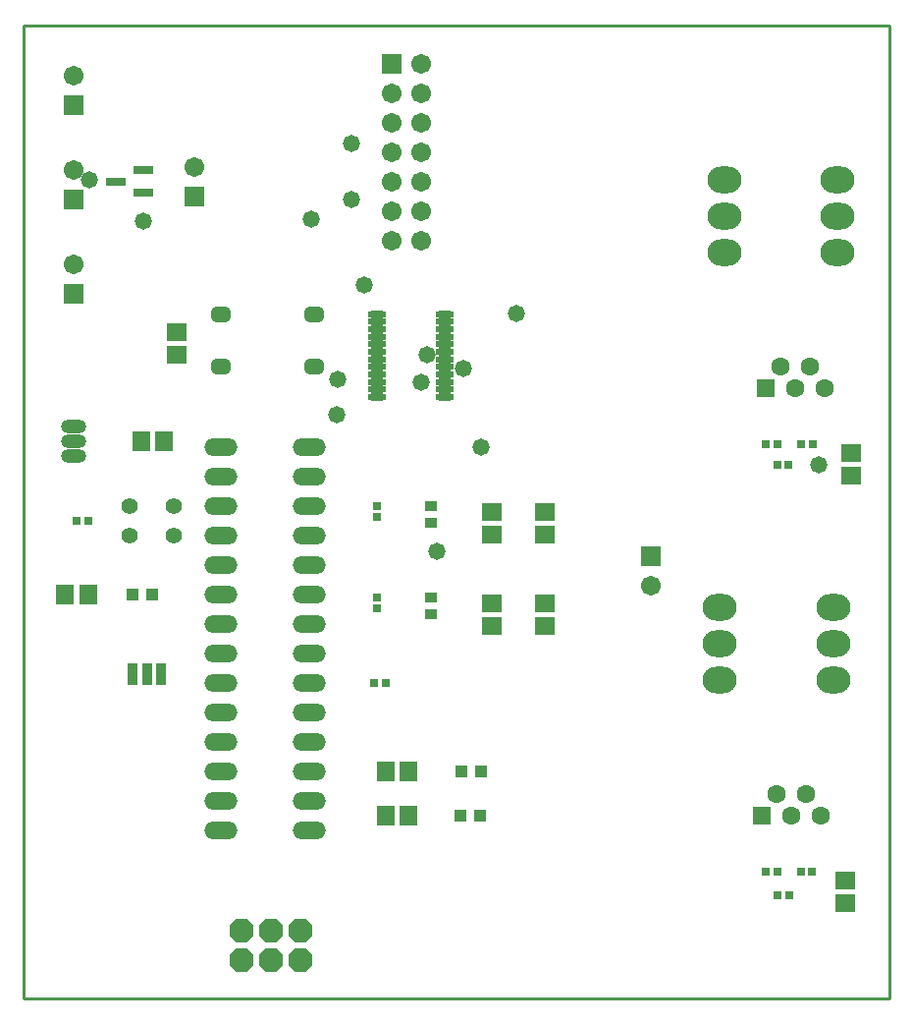
<source format=gts>
G04*
G04 #@! TF.GenerationSoftware,Altium Limited,Altium Designer,19.0.10 (269)*
G04*
G04 Layer_Color=8388736*
%FSLAX24Y24*%
%MOIN*%
G70*
G01*
G75*
%ADD12C,0.0100*%
%ADD24R,0.0394X0.0394*%
%ADD30O,0.0631X0.0257*%
G04:AMPARAMS|DCode=31|XSize=65mil|YSize=53mil|CornerRadius=15.3mil|HoleSize=0mil|Usage=FLASHONLY|Rotation=180.000|XOffset=0mil|YOffset=0mil|HoleType=Round|Shape=RoundedRectangle|*
%AMROUNDEDRECTD31*
21,1,0.0650,0.0225,0,0,180.0*
21,1,0.0345,0.0530,0,0,180.0*
1,1,0.0305,-0.0173,0.0113*
1,1,0.0305,0.0173,0.0113*
1,1,0.0305,0.0173,-0.0113*
1,1,0.0305,-0.0173,-0.0113*
%
%ADD31ROUNDEDRECTD31*%
%ADD32R,0.0651X0.0316*%
%ADD33R,0.0360X0.0750*%
%ADD34R,0.0434X0.0356*%
%ADD35R,0.0671X0.0631*%
%ADD36R,0.0277X0.0316*%
%ADD37R,0.0316X0.0277*%
%ADD38R,0.0631X0.0671*%
%ADD39C,0.0552*%
%ADD40R,0.0631X0.0631*%
%ADD41C,0.0631*%
%ADD42O,0.1159X0.0907*%
%ADD43R,0.0671X0.0671*%
%ADD44C,0.0671*%
%ADD45O,0.0867X0.0474*%
%ADD46O,0.0867X0.0474*%
%ADD47P,0.0888X8X202.5*%
%ADD48O,0.1120X0.0600*%
%ADD49C,0.0580*%
D12*
X3200Y37600D02*
X3200Y4600D01*
X3200Y37600D02*
X32600D01*
X32600Y4600D01*
X3200D02*
X32600D01*
D24*
X18065Y12300D02*
D03*
X18735D02*
D03*
X7569Y18300D02*
D03*
X6900D02*
D03*
X18031Y10800D02*
D03*
X18700D02*
D03*
D30*
X17523Y24985D02*
D03*
Y25241D02*
D03*
Y25497D02*
D03*
Y25753D02*
D03*
Y26009D02*
D03*
Y26265D02*
D03*
Y26520D02*
D03*
Y26776D02*
D03*
Y27032D02*
D03*
Y27288D02*
D03*
Y27544D02*
D03*
Y27800D02*
D03*
X15200Y24985D02*
D03*
Y25241D02*
D03*
Y25497D02*
D03*
Y25753D02*
D03*
Y26009D02*
D03*
Y26265D02*
D03*
Y26520D02*
D03*
Y26776D02*
D03*
Y27032D02*
D03*
Y27288D02*
D03*
Y27544D02*
D03*
Y27800D02*
D03*
D31*
X13075Y27786D02*
D03*
X9921D02*
D03*
X13075Y26018D02*
D03*
X9921D02*
D03*
D32*
X6337Y32300D02*
D03*
X7263Y32674D02*
D03*
Y31926D02*
D03*
D33*
X6927Y15600D02*
D03*
X7400D02*
D03*
X7880D02*
D03*
D34*
X17061Y20709D02*
D03*
Y21300D02*
D03*
X17061Y18200D02*
D03*
Y17609D02*
D03*
D35*
X31300Y23100D02*
D03*
Y22313D02*
D03*
X8400Y26406D02*
D03*
Y27194D02*
D03*
X20900Y17213D02*
D03*
Y18000D02*
D03*
X19118Y17213D02*
D03*
Y18000D02*
D03*
X31100Y8600D02*
D03*
Y7813D02*
D03*
X20900Y20313D02*
D03*
Y21100D02*
D03*
X19118Y20313D02*
D03*
Y21100D02*
D03*
D36*
X15200Y20906D02*
D03*
Y21300D02*
D03*
Y17806D02*
D03*
Y18200D02*
D03*
D37*
X5003Y20800D02*
D03*
X5397D02*
D03*
X15103Y15300D02*
D03*
X15497D02*
D03*
X29994Y8900D02*
D03*
X29600D02*
D03*
X28800D02*
D03*
X28406D02*
D03*
X29200Y8100D02*
D03*
X28806D02*
D03*
X29997Y23400D02*
D03*
X29603D02*
D03*
X28800D02*
D03*
X28406D02*
D03*
X29194Y22700D02*
D03*
X28800D02*
D03*
D38*
X4613Y18300D02*
D03*
X5400D02*
D03*
X15506Y10800D02*
D03*
X16294D02*
D03*
X15506Y12300D02*
D03*
X16294D02*
D03*
X7200Y23500D02*
D03*
X7987D02*
D03*
D39*
X6800Y20300D02*
D03*
Y21300D02*
D03*
X8300Y20300D02*
D03*
Y21300D02*
D03*
D40*
X28421Y25278D02*
D03*
X28263Y10778D02*
D03*
D41*
X30421Y25278D02*
D03*
X29421D02*
D03*
X28921Y26028D02*
D03*
X29921D02*
D03*
X30263Y10778D02*
D03*
X29263D02*
D03*
X28763Y11528D02*
D03*
X29763D02*
D03*
D42*
X30858Y32341D02*
D03*
Y31120D02*
D03*
Y29900D02*
D03*
X27000D02*
D03*
Y31120D02*
D03*
Y32341D02*
D03*
X30700Y17841D02*
D03*
Y16620D02*
D03*
Y15400D02*
D03*
X26842D02*
D03*
Y16620D02*
D03*
Y17841D02*
D03*
D43*
X15700Y36300D02*
D03*
X24500Y19600D02*
D03*
X4900Y28500D02*
D03*
Y31700D02*
D03*
X9000Y31800D02*
D03*
X4900Y34900D02*
D03*
D44*
X16700Y36300D02*
D03*
X15700Y35300D02*
D03*
X16700D02*
D03*
X15700Y34300D02*
D03*
X16700D02*
D03*
X15700Y33300D02*
D03*
X16700D02*
D03*
X15700Y32300D02*
D03*
X16700D02*
D03*
X15700Y31300D02*
D03*
X16700D02*
D03*
X15700Y30300D02*
D03*
X16700D02*
D03*
X24500Y18600D02*
D03*
X4900Y29500D02*
D03*
Y32700D02*
D03*
X9000Y32800D02*
D03*
X4900Y35900D02*
D03*
D45*
Y24000D02*
D03*
D46*
Y23500D02*
D03*
Y23000D02*
D03*
D47*
X12600Y6900D02*
D03*
Y5900D02*
D03*
X11600Y6900D02*
D03*
Y5900D02*
D03*
X10600Y6900D02*
D03*
Y5900D02*
D03*
D48*
X12900Y23300D02*
D03*
Y22300D02*
D03*
Y21300D02*
D03*
Y20300D02*
D03*
Y19300D02*
D03*
Y18300D02*
D03*
Y17300D02*
D03*
Y16300D02*
D03*
Y15300D02*
D03*
Y14300D02*
D03*
Y13300D02*
D03*
Y12300D02*
D03*
Y11300D02*
D03*
Y10300D02*
D03*
X9900D02*
D03*
Y11300D02*
D03*
Y12300D02*
D03*
Y13300D02*
D03*
Y14300D02*
D03*
Y15300D02*
D03*
Y16300D02*
D03*
Y17300D02*
D03*
Y18300D02*
D03*
Y19300D02*
D03*
Y20300D02*
D03*
Y21300D02*
D03*
Y22300D02*
D03*
Y23300D02*
D03*
D49*
X5458Y32342D02*
D03*
X16900Y26410D02*
D03*
X7263Y30948D02*
D03*
X30210Y22700D02*
D03*
X17250Y19770D02*
D03*
X18750Y23300D02*
D03*
X19960Y27830D02*
D03*
X18150Y25940D02*
D03*
X13860Y24400D02*
D03*
X12970Y31010D02*
D03*
X13882Y25602D02*
D03*
X14350Y31680D02*
D03*
X14770Y28800D02*
D03*
X14360Y33580D02*
D03*
X16700Y25497D02*
D03*
M02*

</source>
